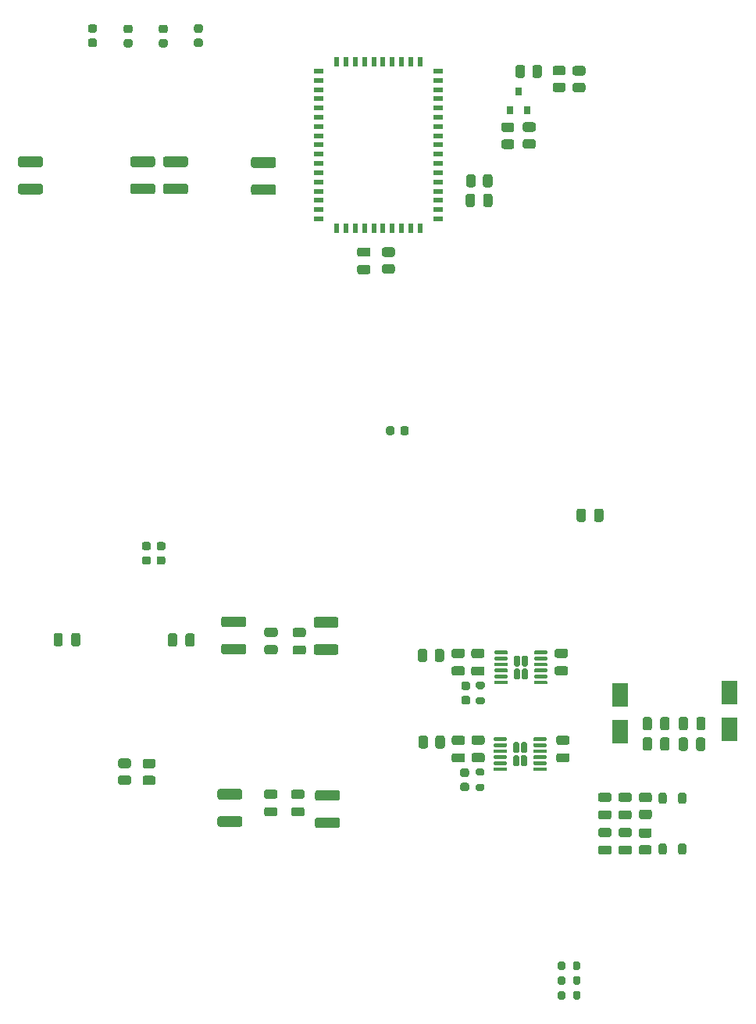
<source format=gbr>
G04 #@! TF.GenerationSoftware,KiCad,Pcbnew,5.1.9*
G04 #@! TF.CreationDate,2021-06-24T12:15:12+08:00*
G04 #@! TF.ProjectId,digital-amplifier2,64696769-7461-46c2-9d61-6d706c696669,rev?*
G04 #@! TF.SameCoordinates,Original*
G04 #@! TF.FileFunction,Paste,Bot*
G04 #@! TF.FilePolarity,Positive*
%FSLAX46Y46*%
G04 Gerber Fmt 4.6, Leading zero omitted, Abs format (unit mm)*
G04 Created by KiCad (PCBNEW 5.1.9) date 2021-06-24 12:15:12*
%MOMM*%
%LPD*%
G01*
G04 APERTURE LIST*
%ADD10R,1.000000X0.500000*%
%ADD11R,0.500000X1.000000*%
%ADD12R,0.800000X0.900000*%
%ADD13R,1.800000X2.500000*%
G04 APERTURE END LIST*
G36*
G01*
X166617200Y-212707900D02*
X166617200Y-212157900D01*
G75*
G02*
X166817200Y-211957900I200000J0D01*
G01*
X167217200Y-211957900D01*
G75*
G02*
X167417200Y-212157900I0J-200000D01*
G01*
X167417200Y-212707900D01*
G75*
G02*
X167217200Y-212907900I-200000J0D01*
G01*
X166817200Y-212907900D01*
G75*
G02*
X166617200Y-212707900I0J200000D01*
G01*
G37*
G36*
G01*
X164967200Y-212707900D02*
X164967200Y-212157900D01*
G75*
G02*
X165167200Y-211957900I200000J0D01*
G01*
X165567200Y-211957900D01*
G75*
G02*
X165767200Y-212157900I0J-200000D01*
G01*
X165767200Y-212707900D01*
G75*
G02*
X165567200Y-212907900I-200000J0D01*
G01*
X165167200Y-212907900D01*
G75*
G02*
X164967200Y-212707900I0J200000D01*
G01*
G37*
G36*
G01*
X166629900Y-215895600D02*
X166629900Y-215345600D01*
G75*
G02*
X166829900Y-215145600I200000J0D01*
G01*
X167229900Y-215145600D01*
G75*
G02*
X167429900Y-215345600I0J-200000D01*
G01*
X167429900Y-215895600D01*
G75*
G02*
X167229900Y-216095600I-200000J0D01*
G01*
X166829900Y-216095600D01*
G75*
G02*
X166629900Y-215895600I0J200000D01*
G01*
G37*
G36*
G01*
X164979900Y-215895600D02*
X164979900Y-215345600D01*
G75*
G02*
X165179900Y-215145600I200000J0D01*
G01*
X165579900Y-215145600D01*
G75*
G02*
X165779900Y-215345600I0J-200000D01*
G01*
X165779900Y-215895600D01*
G75*
G02*
X165579900Y-216095600I-200000J0D01*
G01*
X165179900Y-216095600D01*
G75*
G02*
X164979900Y-215895600I0J200000D01*
G01*
G37*
G36*
G01*
X166617200Y-214295400D02*
X166617200Y-213745400D01*
G75*
G02*
X166817200Y-213545400I200000J0D01*
G01*
X167217200Y-213545400D01*
G75*
G02*
X167417200Y-213745400I0J-200000D01*
G01*
X167417200Y-214295400D01*
G75*
G02*
X167217200Y-214495400I-200000J0D01*
G01*
X166817200Y-214495400D01*
G75*
G02*
X166617200Y-214295400I0J200000D01*
G01*
G37*
G36*
G01*
X164967200Y-214295400D02*
X164967200Y-213745400D01*
G75*
G02*
X165167200Y-213545400I200000J0D01*
G01*
X165567200Y-213545400D01*
G75*
G02*
X165767200Y-213745400I0J-200000D01*
G01*
X165767200Y-214295400D01*
G75*
G02*
X165567200Y-214495400I-200000J0D01*
G01*
X165167200Y-214495400D01*
G75*
G02*
X164967200Y-214295400I0J200000D01*
G01*
G37*
G36*
G01*
X168015500Y-163164500D02*
X168015500Y-164114500D01*
G75*
G02*
X167765500Y-164364500I-250000J0D01*
G01*
X167265500Y-164364500D01*
G75*
G02*
X167015500Y-164114500I0J250000D01*
G01*
X167015500Y-163164500D01*
G75*
G02*
X167265500Y-162914500I250000J0D01*
G01*
X167765500Y-162914500D01*
G75*
G02*
X168015500Y-163164500I0J-250000D01*
G01*
G37*
G36*
G01*
X169915500Y-163164500D02*
X169915500Y-164114500D01*
G75*
G02*
X169665500Y-164364500I-250000J0D01*
G01*
X169165500Y-164364500D01*
G75*
G02*
X168915500Y-164114500I0J250000D01*
G01*
X168915500Y-163164500D01*
G75*
G02*
X169165500Y-162914500I250000J0D01*
G01*
X169665500Y-162914500D01*
G75*
G02*
X169915500Y-163164500I0J-250000D01*
G01*
G37*
G36*
G01*
X151618900Y-179266002D02*
X151618900Y-178365998D01*
G75*
G02*
X151868898Y-178116000I249998J0D01*
G01*
X152393902Y-178116000D01*
G75*
G02*
X152643900Y-178365998I0J-249998D01*
G01*
X152643900Y-179266002D01*
G75*
G02*
X152393902Y-179516000I-249998J0D01*
G01*
X151868898Y-179516000D01*
G75*
G02*
X151618900Y-179266002I0J249998D01*
G01*
G37*
G36*
G01*
X149793900Y-179266002D02*
X149793900Y-178365998D01*
G75*
G02*
X150043898Y-178116000I249998J0D01*
G01*
X150568902Y-178116000D01*
G75*
G02*
X150818900Y-178365998I0J-249998D01*
G01*
X150818900Y-179266002D01*
G75*
G02*
X150568902Y-179516000I-249998J0D01*
G01*
X150043898Y-179516000D01*
G75*
G02*
X149793900Y-179266002I0J249998D01*
G01*
G37*
G36*
G01*
X174022599Y-195515500D02*
X174922601Y-195515500D01*
G75*
G02*
X175172600Y-195765499I0J-249999D01*
G01*
X175172600Y-196290501D01*
G75*
G02*
X174922601Y-196540500I-249999J0D01*
G01*
X174022599Y-196540500D01*
G75*
G02*
X173772600Y-196290501I0J249999D01*
G01*
X173772600Y-195765499D01*
G75*
G02*
X174022599Y-195515500I249999J0D01*
G01*
G37*
G36*
G01*
X174022599Y-193690500D02*
X174922601Y-193690500D01*
G75*
G02*
X175172600Y-193940499I0J-249999D01*
G01*
X175172600Y-194465501D01*
G75*
G02*
X174922601Y-194715500I-249999J0D01*
G01*
X174022599Y-194715500D01*
G75*
G02*
X173772600Y-194465501I0J249999D01*
G01*
X173772600Y-193940499D01*
G75*
G02*
X174022599Y-193690500I249999J0D01*
G01*
G37*
G36*
G01*
X174897201Y-198565500D02*
X173997199Y-198565500D01*
G75*
G02*
X173747200Y-198315501I0J249999D01*
G01*
X173747200Y-197790499D01*
G75*
G02*
X173997199Y-197540500I249999J0D01*
G01*
X174897201Y-197540500D01*
G75*
G02*
X175147200Y-197790499I0J-249999D01*
G01*
X175147200Y-198315501D01*
G75*
G02*
X174897201Y-198565500I-249999J0D01*
G01*
G37*
G36*
G01*
X174897201Y-200390500D02*
X173997199Y-200390500D01*
G75*
G02*
X173747200Y-200140501I0J249999D01*
G01*
X173747200Y-199615499D01*
G75*
G02*
X173997199Y-199365500I249999J0D01*
G01*
X174897201Y-199365500D01*
G75*
G02*
X175147200Y-199615499I0J-249999D01*
G01*
X175147200Y-200140501D01*
G75*
G02*
X174897201Y-200390500I-249999J0D01*
G01*
G37*
G36*
G01*
X160818600Y-189796900D02*
X160818600Y-190641900D01*
G75*
G02*
X160646100Y-190814400I-172500J0D01*
G01*
X160301100Y-190814400D01*
G75*
G02*
X160128600Y-190641900I0J172500D01*
G01*
X160128600Y-189796900D01*
G75*
G02*
X160301100Y-189624400I172500J0D01*
G01*
X160646100Y-189624400D01*
G75*
G02*
X160818600Y-189796900I0J-172500D01*
G01*
G37*
G36*
G01*
X160818600Y-188376900D02*
X160818600Y-189221900D01*
G75*
G02*
X160646100Y-189394400I-172500J0D01*
G01*
X160301100Y-189394400D01*
G75*
G02*
X160128600Y-189221900I0J172500D01*
G01*
X160128600Y-188376900D01*
G75*
G02*
X160301100Y-188204400I172500J0D01*
G01*
X160646100Y-188204400D01*
G75*
G02*
X160818600Y-188376900I0J-172500D01*
G01*
G37*
G36*
G01*
X161638600Y-189796900D02*
X161638600Y-190641900D01*
G75*
G02*
X161466100Y-190814400I-172500J0D01*
G01*
X161121100Y-190814400D01*
G75*
G02*
X160948600Y-190641900I0J172500D01*
G01*
X160948600Y-189796900D01*
G75*
G02*
X161121100Y-189624400I172500J0D01*
G01*
X161466100Y-189624400D01*
G75*
G02*
X161638600Y-189796900I0J-172500D01*
G01*
G37*
G36*
G01*
X161638600Y-188376900D02*
X161638600Y-189221900D01*
G75*
G02*
X161466100Y-189394400I-172500J0D01*
G01*
X161121100Y-189394400D01*
G75*
G02*
X160948600Y-189221900I0J172500D01*
G01*
X160948600Y-188376900D01*
G75*
G02*
X161121100Y-188204400I172500J0D01*
G01*
X161466100Y-188204400D01*
G75*
G02*
X161638600Y-188376900I0J-172500D01*
G01*
G37*
G36*
G01*
X159458600Y-187784400D02*
X159458600Y-187984400D01*
G75*
G02*
X159358600Y-188084400I-100000J0D01*
G01*
X158108600Y-188084400D01*
G75*
G02*
X158008600Y-187984400I0J100000D01*
G01*
X158008600Y-187784400D01*
G75*
G02*
X158108600Y-187684400I100000J0D01*
G01*
X159358600Y-187684400D01*
G75*
G02*
X159458600Y-187784400I0J-100000D01*
G01*
G37*
G36*
G01*
X159458600Y-188434400D02*
X159458600Y-188634400D01*
G75*
G02*
X159358600Y-188734400I-100000J0D01*
G01*
X158108600Y-188734400D01*
G75*
G02*
X158008600Y-188634400I0J100000D01*
G01*
X158008600Y-188434400D01*
G75*
G02*
X158108600Y-188334400I100000J0D01*
G01*
X159358600Y-188334400D01*
G75*
G02*
X159458600Y-188434400I0J-100000D01*
G01*
G37*
G36*
G01*
X159458600Y-189084400D02*
X159458600Y-189284400D01*
G75*
G02*
X159358600Y-189384400I-100000J0D01*
G01*
X158108600Y-189384400D01*
G75*
G02*
X158008600Y-189284400I0J100000D01*
G01*
X158008600Y-189084400D01*
G75*
G02*
X158108600Y-188984400I100000J0D01*
G01*
X159358600Y-188984400D01*
G75*
G02*
X159458600Y-189084400I0J-100000D01*
G01*
G37*
G36*
G01*
X159458600Y-189734400D02*
X159458600Y-189934400D01*
G75*
G02*
X159358600Y-190034400I-100000J0D01*
G01*
X158108600Y-190034400D01*
G75*
G02*
X158008600Y-189934400I0J100000D01*
G01*
X158008600Y-189734400D01*
G75*
G02*
X158108600Y-189634400I100000J0D01*
G01*
X159358600Y-189634400D01*
G75*
G02*
X159458600Y-189734400I0J-100000D01*
G01*
G37*
G36*
G01*
X159458600Y-190384400D02*
X159458600Y-190584400D01*
G75*
G02*
X159358600Y-190684400I-100000J0D01*
G01*
X158108600Y-190684400D01*
G75*
G02*
X158008600Y-190584400I0J100000D01*
G01*
X158008600Y-190384400D01*
G75*
G02*
X158108600Y-190284400I100000J0D01*
G01*
X159358600Y-190284400D01*
G75*
G02*
X159458600Y-190384400I0J-100000D01*
G01*
G37*
G36*
G01*
X159458600Y-191034400D02*
X159458600Y-191234400D01*
G75*
G02*
X159358600Y-191334400I-100000J0D01*
G01*
X158108600Y-191334400D01*
G75*
G02*
X158008600Y-191234400I0J100000D01*
G01*
X158008600Y-191034400D01*
G75*
G02*
X158108600Y-190934400I100000J0D01*
G01*
X159358600Y-190934400D01*
G75*
G02*
X159458600Y-191034400I0J-100000D01*
G01*
G37*
G36*
G01*
X163758600Y-191034400D02*
X163758600Y-191234400D01*
G75*
G02*
X163658600Y-191334400I-100000J0D01*
G01*
X162408600Y-191334400D01*
G75*
G02*
X162308600Y-191234400I0J100000D01*
G01*
X162308600Y-191034400D01*
G75*
G02*
X162408600Y-190934400I100000J0D01*
G01*
X163658600Y-190934400D01*
G75*
G02*
X163758600Y-191034400I0J-100000D01*
G01*
G37*
G36*
G01*
X163758600Y-190384400D02*
X163758600Y-190584400D01*
G75*
G02*
X163658600Y-190684400I-100000J0D01*
G01*
X162408600Y-190684400D01*
G75*
G02*
X162308600Y-190584400I0J100000D01*
G01*
X162308600Y-190384400D01*
G75*
G02*
X162408600Y-190284400I100000J0D01*
G01*
X163658600Y-190284400D01*
G75*
G02*
X163758600Y-190384400I0J-100000D01*
G01*
G37*
G36*
G01*
X163758600Y-189734400D02*
X163758600Y-189934400D01*
G75*
G02*
X163658600Y-190034400I-100000J0D01*
G01*
X162408600Y-190034400D01*
G75*
G02*
X162308600Y-189934400I0J100000D01*
G01*
X162308600Y-189734400D01*
G75*
G02*
X162408600Y-189634400I100000J0D01*
G01*
X163658600Y-189634400D01*
G75*
G02*
X163758600Y-189734400I0J-100000D01*
G01*
G37*
G36*
G01*
X163758600Y-189084400D02*
X163758600Y-189284400D01*
G75*
G02*
X163658600Y-189384400I-100000J0D01*
G01*
X162408600Y-189384400D01*
G75*
G02*
X162308600Y-189284400I0J100000D01*
G01*
X162308600Y-189084400D01*
G75*
G02*
X162408600Y-188984400I100000J0D01*
G01*
X163658600Y-188984400D01*
G75*
G02*
X163758600Y-189084400I0J-100000D01*
G01*
G37*
G36*
G01*
X163758600Y-188434400D02*
X163758600Y-188634400D01*
G75*
G02*
X163658600Y-188734400I-100000J0D01*
G01*
X162408600Y-188734400D01*
G75*
G02*
X162308600Y-188634400I0J100000D01*
G01*
X162308600Y-188434400D01*
G75*
G02*
X162408600Y-188334400I100000J0D01*
G01*
X163658600Y-188334400D01*
G75*
G02*
X163758600Y-188434400I0J-100000D01*
G01*
G37*
G36*
G01*
X163758600Y-187784400D02*
X163758600Y-187984400D01*
G75*
G02*
X163658600Y-188084400I-100000J0D01*
G01*
X162408600Y-188084400D01*
G75*
G02*
X162308600Y-187984400I0J100000D01*
G01*
X162308600Y-187784400D01*
G75*
G02*
X162408600Y-187684400I100000J0D01*
G01*
X163658600Y-187684400D01*
G75*
G02*
X163758600Y-187784400I0J-100000D01*
G01*
G37*
G36*
G01*
X160904960Y-180411600D02*
X160904960Y-181256600D01*
G75*
G02*
X160732460Y-181429100I-172500J0D01*
G01*
X160387460Y-181429100D01*
G75*
G02*
X160214960Y-181256600I0J172500D01*
G01*
X160214960Y-180411600D01*
G75*
G02*
X160387460Y-180239100I172500J0D01*
G01*
X160732460Y-180239100D01*
G75*
G02*
X160904960Y-180411600I0J-172500D01*
G01*
G37*
G36*
G01*
X160904960Y-178991600D02*
X160904960Y-179836600D01*
G75*
G02*
X160732460Y-180009100I-172500J0D01*
G01*
X160387460Y-180009100D01*
G75*
G02*
X160214960Y-179836600I0J172500D01*
G01*
X160214960Y-178991600D01*
G75*
G02*
X160387460Y-178819100I172500J0D01*
G01*
X160732460Y-178819100D01*
G75*
G02*
X160904960Y-178991600I0J-172500D01*
G01*
G37*
G36*
G01*
X161724960Y-180411600D02*
X161724960Y-181256600D01*
G75*
G02*
X161552460Y-181429100I-172500J0D01*
G01*
X161207460Y-181429100D01*
G75*
G02*
X161034960Y-181256600I0J172500D01*
G01*
X161034960Y-180411600D01*
G75*
G02*
X161207460Y-180239100I172500J0D01*
G01*
X161552460Y-180239100D01*
G75*
G02*
X161724960Y-180411600I0J-172500D01*
G01*
G37*
G36*
G01*
X161724960Y-178991600D02*
X161724960Y-179836600D01*
G75*
G02*
X161552460Y-180009100I-172500J0D01*
G01*
X161207460Y-180009100D01*
G75*
G02*
X161034960Y-179836600I0J172500D01*
G01*
X161034960Y-178991600D01*
G75*
G02*
X161207460Y-178819100I172500J0D01*
G01*
X161552460Y-178819100D01*
G75*
G02*
X161724960Y-178991600I0J-172500D01*
G01*
G37*
G36*
G01*
X159544960Y-178399100D02*
X159544960Y-178599100D01*
G75*
G02*
X159444960Y-178699100I-100000J0D01*
G01*
X158194960Y-178699100D01*
G75*
G02*
X158094960Y-178599100I0J100000D01*
G01*
X158094960Y-178399100D01*
G75*
G02*
X158194960Y-178299100I100000J0D01*
G01*
X159444960Y-178299100D01*
G75*
G02*
X159544960Y-178399100I0J-100000D01*
G01*
G37*
G36*
G01*
X159544960Y-179049100D02*
X159544960Y-179249100D01*
G75*
G02*
X159444960Y-179349100I-100000J0D01*
G01*
X158194960Y-179349100D01*
G75*
G02*
X158094960Y-179249100I0J100000D01*
G01*
X158094960Y-179049100D01*
G75*
G02*
X158194960Y-178949100I100000J0D01*
G01*
X159444960Y-178949100D01*
G75*
G02*
X159544960Y-179049100I0J-100000D01*
G01*
G37*
G36*
G01*
X159544960Y-179699100D02*
X159544960Y-179899100D01*
G75*
G02*
X159444960Y-179999100I-100000J0D01*
G01*
X158194960Y-179999100D01*
G75*
G02*
X158094960Y-179899100I0J100000D01*
G01*
X158094960Y-179699100D01*
G75*
G02*
X158194960Y-179599100I100000J0D01*
G01*
X159444960Y-179599100D01*
G75*
G02*
X159544960Y-179699100I0J-100000D01*
G01*
G37*
G36*
G01*
X159544960Y-180349100D02*
X159544960Y-180549100D01*
G75*
G02*
X159444960Y-180649100I-100000J0D01*
G01*
X158194960Y-180649100D01*
G75*
G02*
X158094960Y-180549100I0J100000D01*
G01*
X158094960Y-180349100D01*
G75*
G02*
X158194960Y-180249100I100000J0D01*
G01*
X159444960Y-180249100D01*
G75*
G02*
X159544960Y-180349100I0J-100000D01*
G01*
G37*
G36*
G01*
X159544960Y-180999100D02*
X159544960Y-181199100D01*
G75*
G02*
X159444960Y-181299100I-100000J0D01*
G01*
X158194960Y-181299100D01*
G75*
G02*
X158094960Y-181199100I0J100000D01*
G01*
X158094960Y-180999100D01*
G75*
G02*
X158194960Y-180899100I100000J0D01*
G01*
X159444960Y-180899100D01*
G75*
G02*
X159544960Y-180999100I0J-100000D01*
G01*
G37*
G36*
G01*
X159544960Y-181649100D02*
X159544960Y-181849100D01*
G75*
G02*
X159444960Y-181949100I-100000J0D01*
G01*
X158194960Y-181949100D01*
G75*
G02*
X158094960Y-181849100I0J100000D01*
G01*
X158094960Y-181649100D01*
G75*
G02*
X158194960Y-181549100I100000J0D01*
G01*
X159444960Y-181549100D01*
G75*
G02*
X159544960Y-181649100I0J-100000D01*
G01*
G37*
G36*
G01*
X163844960Y-181649100D02*
X163844960Y-181849100D01*
G75*
G02*
X163744960Y-181949100I-100000J0D01*
G01*
X162494960Y-181949100D01*
G75*
G02*
X162394960Y-181849100I0J100000D01*
G01*
X162394960Y-181649100D01*
G75*
G02*
X162494960Y-181549100I100000J0D01*
G01*
X163744960Y-181549100D01*
G75*
G02*
X163844960Y-181649100I0J-100000D01*
G01*
G37*
G36*
G01*
X163844960Y-180999100D02*
X163844960Y-181199100D01*
G75*
G02*
X163744960Y-181299100I-100000J0D01*
G01*
X162494960Y-181299100D01*
G75*
G02*
X162394960Y-181199100I0J100000D01*
G01*
X162394960Y-180999100D01*
G75*
G02*
X162494960Y-180899100I100000J0D01*
G01*
X163744960Y-180899100D01*
G75*
G02*
X163844960Y-180999100I0J-100000D01*
G01*
G37*
G36*
G01*
X163844960Y-180349100D02*
X163844960Y-180549100D01*
G75*
G02*
X163744960Y-180649100I-100000J0D01*
G01*
X162494960Y-180649100D01*
G75*
G02*
X162394960Y-180549100I0J100000D01*
G01*
X162394960Y-180349100D01*
G75*
G02*
X162494960Y-180249100I100000J0D01*
G01*
X163744960Y-180249100D01*
G75*
G02*
X163844960Y-180349100I0J-100000D01*
G01*
G37*
G36*
G01*
X163844960Y-179699100D02*
X163844960Y-179899100D01*
G75*
G02*
X163744960Y-179999100I-100000J0D01*
G01*
X162494960Y-179999100D01*
G75*
G02*
X162394960Y-179899100I0J100000D01*
G01*
X162394960Y-179699100D01*
G75*
G02*
X162494960Y-179599100I100000J0D01*
G01*
X163744960Y-179599100D01*
G75*
G02*
X163844960Y-179699100I0J-100000D01*
G01*
G37*
G36*
G01*
X163844960Y-179049100D02*
X163844960Y-179249100D01*
G75*
G02*
X163744960Y-179349100I-100000J0D01*
G01*
X162494960Y-179349100D01*
G75*
G02*
X162394960Y-179249100I0J100000D01*
G01*
X162394960Y-179049100D01*
G75*
G02*
X162494960Y-178949100I100000J0D01*
G01*
X163744960Y-178949100D01*
G75*
G02*
X163844960Y-179049100I0J-100000D01*
G01*
G37*
G36*
G01*
X163844960Y-178399100D02*
X163844960Y-178599100D01*
G75*
G02*
X163744960Y-178699100I-100000J0D01*
G01*
X162494960Y-178699100D01*
G75*
G02*
X162394960Y-178599100I0J100000D01*
G01*
X162394960Y-178399100D01*
G75*
G02*
X162494960Y-178299100I100000J0D01*
G01*
X163744960Y-178299100D01*
G75*
G02*
X163844960Y-178399100I0J-100000D01*
G01*
G37*
G36*
G01*
X167709002Y-115995500D02*
X166808998Y-115995500D01*
G75*
G02*
X166559000Y-115745502I0J249998D01*
G01*
X166559000Y-115220498D01*
G75*
G02*
X166808998Y-114970500I249998J0D01*
G01*
X167709002Y-114970500D01*
G75*
G02*
X167959000Y-115220498I0J-249998D01*
G01*
X167959000Y-115745502D01*
G75*
G02*
X167709002Y-115995500I-249998J0D01*
G01*
G37*
G36*
G01*
X167709002Y-117820500D02*
X166808998Y-117820500D01*
G75*
G02*
X166559000Y-117570502I0J249998D01*
G01*
X166559000Y-117045498D01*
G75*
G02*
X166808998Y-116795500I249998J0D01*
G01*
X167709002Y-116795500D01*
G75*
G02*
X167959000Y-117045498I0J-249998D01*
G01*
X167959000Y-117570502D01*
G75*
G02*
X167709002Y-117820500I-249998J0D01*
G01*
G37*
G36*
G01*
X147909160Y-154717560D02*
X147909160Y-154217560D01*
G75*
G02*
X148134160Y-153992560I225000J0D01*
G01*
X148584160Y-153992560D01*
G75*
G02*
X148809160Y-154217560I0J-225000D01*
G01*
X148809160Y-154717560D01*
G75*
G02*
X148584160Y-154942560I-225000J0D01*
G01*
X148134160Y-154942560D01*
G75*
G02*
X147909160Y-154717560I0J225000D01*
G01*
G37*
G36*
G01*
X146359160Y-154717560D02*
X146359160Y-154217560D01*
G75*
G02*
X146584160Y-153992560I225000J0D01*
G01*
X147034160Y-153992560D01*
G75*
G02*
X147259160Y-154217560I0J-225000D01*
G01*
X147259160Y-154717560D01*
G75*
G02*
X147034160Y-154942560I-225000J0D01*
G01*
X146584160Y-154942560D01*
G75*
G02*
X146359160Y-154717560I0J225000D01*
G01*
G37*
G36*
G01*
X156275360Y-192703000D02*
X156825360Y-192703000D01*
G75*
G02*
X157025360Y-192903000I0J-200000D01*
G01*
X157025360Y-193303000D01*
G75*
G02*
X156825360Y-193503000I-200000J0D01*
G01*
X156275360Y-193503000D01*
G75*
G02*
X156075360Y-193303000I0J200000D01*
G01*
X156075360Y-192903000D01*
G75*
G02*
X156275360Y-192703000I200000J0D01*
G01*
G37*
G36*
G01*
X156275360Y-191053000D02*
X156825360Y-191053000D01*
G75*
G02*
X157025360Y-191253000I0J-200000D01*
G01*
X157025360Y-191653000D01*
G75*
G02*
X156825360Y-191853000I-200000J0D01*
G01*
X156275360Y-191853000D01*
G75*
G02*
X156075360Y-191653000I0J200000D01*
G01*
X156075360Y-191253000D01*
G75*
G02*
X156275360Y-191053000I200000J0D01*
G01*
G37*
G36*
G01*
X156293140Y-183312620D02*
X156843140Y-183312620D01*
G75*
G02*
X157043140Y-183512620I0J-200000D01*
G01*
X157043140Y-183912620D01*
G75*
G02*
X156843140Y-184112620I-200000J0D01*
G01*
X156293140Y-184112620D01*
G75*
G02*
X156093140Y-183912620I0J200000D01*
G01*
X156093140Y-183512620D01*
G75*
G02*
X156293140Y-183312620I200000J0D01*
G01*
G37*
G36*
G01*
X156293140Y-181662620D02*
X156843140Y-181662620D01*
G75*
G02*
X157043140Y-181862620I0J-200000D01*
G01*
X157043140Y-182262620D01*
G75*
G02*
X156843140Y-182462620I-200000J0D01*
G01*
X156293140Y-182462620D01*
G75*
G02*
X156093140Y-182262620I0J200000D01*
G01*
X156093140Y-181862620D01*
G75*
G02*
X156293140Y-181662620I200000J0D01*
G01*
G37*
G36*
G01*
X154623960Y-192615700D02*
X155123960Y-192615700D01*
G75*
G02*
X155348960Y-192840700I0J-225000D01*
G01*
X155348960Y-193290700D01*
G75*
G02*
X155123960Y-193515700I-225000J0D01*
G01*
X154623960Y-193515700D01*
G75*
G02*
X154398960Y-193290700I0J225000D01*
G01*
X154398960Y-192840700D01*
G75*
G02*
X154623960Y-192615700I225000J0D01*
G01*
G37*
G36*
G01*
X154623960Y-191065700D02*
X155123960Y-191065700D01*
G75*
G02*
X155348960Y-191290700I0J-225000D01*
G01*
X155348960Y-191740700D01*
G75*
G02*
X155123960Y-191965700I-225000J0D01*
G01*
X154623960Y-191965700D01*
G75*
G02*
X154398960Y-191740700I0J225000D01*
G01*
X154398960Y-191290700D01*
G75*
G02*
X154623960Y-191065700I225000J0D01*
G01*
G37*
G36*
G01*
X154743340Y-183212620D02*
X155243340Y-183212620D01*
G75*
G02*
X155468340Y-183437620I0J-225000D01*
G01*
X155468340Y-183887620D01*
G75*
G02*
X155243340Y-184112620I-225000J0D01*
G01*
X154743340Y-184112620D01*
G75*
G02*
X154518340Y-183887620I0J225000D01*
G01*
X154518340Y-183437620D01*
G75*
G02*
X154743340Y-183212620I225000J0D01*
G01*
G37*
G36*
G01*
X154743340Y-181662620D02*
X155243340Y-181662620D01*
G75*
G02*
X155468340Y-181887620I0J-225000D01*
G01*
X155468340Y-182337620D01*
G75*
G02*
X155243340Y-182562620I-225000J0D01*
G01*
X154743340Y-182562620D01*
G75*
G02*
X154518340Y-182337620I0J225000D01*
G01*
X154518340Y-181887620D01*
G75*
G02*
X154743340Y-181662620I225000J0D01*
G01*
G37*
G36*
G01*
X126259400Y-111358800D02*
X125759400Y-111358800D01*
G75*
G02*
X125534400Y-111133800I0J225000D01*
G01*
X125534400Y-110683800D01*
G75*
G02*
X125759400Y-110458800I225000J0D01*
G01*
X126259400Y-110458800D01*
G75*
G02*
X126484400Y-110683800I0J-225000D01*
G01*
X126484400Y-111133800D01*
G75*
G02*
X126259400Y-111358800I-225000J0D01*
G01*
G37*
G36*
G01*
X126259400Y-112908800D02*
X125759400Y-112908800D01*
G75*
G02*
X125534400Y-112683800I0J225000D01*
G01*
X125534400Y-112233800D01*
G75*
G02*
X125759400Y-112008800I225000J0D01*
G01*
X126259400Y-112008800D01*
G75*
G02*
X126484400Y-112233800I0J-225000D01*
G01*
X126484400Y-112683800D01*
G75*
G02*
X126259400Y-112908800I-225000J0D01*
G01*
G37*
G36*
G01*
X118639400Y-111409600D02*
X118139400Y-111409600D01*
G75*
G02*
X117914400Y-111184600I0J225000D01*
G01*
X117914400Y-110734600D01*
G75*
G02*
X118139400Y-110509600I225000J0D01*
G01*
X118639400Y-110509600D01*
G75*
G02*
X118864400Y-110734600I0J-225000D01*
G01*
X118864400Y-111184600D01*
G75*
G02*
X118639400Y-111409600I-225000J0D01*
G01*
G37*
G36*
G01*
X118639400Y-112959600D02*
X118139400Y-112959600D01*
G75*
G02*
X117914400Y-112734600I0J225000D01*
G01*
X117914400Y-112284600D01*
G75*
G02*
X118139400Y-112059600I225000J0D01*
G01*
X118639400Y-112059600D01*
G75*
G02*
X118864400Y-112284600I0J-225000D01*
G01*
X118864400Y-112734600D01*
G75*
G02*
X118639400Y-112959600I-225000J0D01*
G01*
G37*
G36*
G01*
X122449400Y-111409600D02*
X121949400Y-111409600D01*
G75*
G02*
X121724400Y-111184600I0J225000D01*
G01*
X121724400Y-110734600D01*
G75*
G02*
X121949400Y-110509600I225000J0D01*
G01*
X122449400Y-110509600D01*
G75*
G02*
X122674400Y-110734600I0J-225000D01*
G01*
X122674400Y-111184600D01*
G75*
G02*
X122449400Y-111409600I-225000J0D01*
G01*
G37*
G36*
G01*
X122449400Y-112959600D02*
X121949400Y-112959600D01*
G75*
G02*
X121724400Y-112734600I0J225000D01*
G01*
X121724400Y-112284600D01*
G75*
G02*
X121949400Y-112059600I225000J0D01*
G01*
X122449400Y-112059600D01*
G75*
G02*
X122674400Y-112284600I0J-225000D01*
G01*
X122674400Y-112734600D01*
G75*
G02*
X122449400Y-112959600I-225000J0D01*
G01*
G37*
G36*
G01*
X114778600Y-111358800D02*
X114278600Y-111358800D01*
G75*
G02*
X114053600Y-111133800I0J225000D01*
G01*
X114053600Y-110683800D01*
G75*
G02*
X114278600Y-110458800I225000J0D01*
G01*
X114778600Y-110458800D01*
G75*
G02*
X115003600Y-110683800I0J-225000D01*
G01*
X115003600Y-111133800D01*
G75*
G02*
X114778600Y-111358800I-225000J0D01*
G01*
G37*
G36*
G01*
X114778600Y-112908800D02*
X114278600Y-112908800D01*
G75*
G02*
X114053600Y-112683800I0J225000D01*
G01*
X114053600Y-112233800D01*
G75*
G02*
X114278600Y-112008800I225000J0D01*
G01*
X114778600Y-112008800D01*
G75*
G02*
X115003600Y-112233800I0J-225000D01*
G01*
X115003600Y-112683800D01*
G75*
G02*
X114778600Y-112908800I-225000J0D01*
G01*
G37*
G36*
G01*
X124635441Y-125912040D02*
X122435439Y-125912040D01*
G75*
G02*
X122185440Y-125662041I0J249999D01*
G01*
X122185440Y-125012039D01*
G75*
G02*
X122435439Y-124762040I249999J0D01*
G01*
X124635441Y-124762040D01*
G75*
G02*
X124885440Y-125012039I0J-249999D01*
G01*
X124885440Y-125662041D01*
G75*
G02*
X124635441Y-125912040I-249999J0D01*
G01*
G37*
G36*
G01*
X124635441Y-128862040D02*
X122435439Y-128862040D01*
G75*
G02*
X122185440Y-128612041I0J249999D01*
G01*
X122185440Y-127962039D01*
G75*
G02*
X122435439Y-127712040I249999J0D01*
G01*
X124635441Y-127712040D01*
G75*
G02*
X124885440Y-127962039I0J-249999D01*
G01*
X124885440Y-128612041D01*
G75*
G02*
X124635441Y-128862040I-249999J0D01*
G01*
G37*
G36*
G01*
X108902681Y-125927280D02*
X106702679Y-125927280D01*
G75*
G02*
X106452680Y-125677281I0J249999D01*
G01*
X106452680Y-125027279D01*
G75*
G02*
X106702679Y-124777280I249999J0D01*
G01*
X108902681Y-124777280D01*
G75*
G02*
X109152680Y-125027279I0J-249999D01*
G01*
X109152680Y-125677281D01*
G75*
G02*
X108902681Y-125927280I-249999J0D01*
G01*
G37*
G36*
G01*
X108902681Y-128877280D02*
X106702679Y-128877280D01*
G75*
G02*
X106452680Y-128627281I0J249999D01*
G01*
X106452680Y-127977279D01*
G75*
G02*
X106702679Y-127727280I249999J0D01*
G01*
X108902681Y-127727280D01*
G75*
G02*
X109152680Y-127977279I0J-249999D01*
G01*
X109152680Y-128627281D01*
G75*
G02*
X108902681Y-128877280I-249999J0D01*
G01*
G37*
G36*
G01*
X121074361Y-125912040D02*
X118874359Y-125912040D01*
G75*
G02*
X118624360Y-125662041I0J249999D01*
G01*
X118624360Y-125012039D01*
G75*
G02*
X118874359Y-124762040I249999J0D01*
G01*
X121074361Y-124762040D01*
G75*
G02*
X121324360Y-125012039I0J-249999D01*
G01*
X121324360Y-125662041D01*
G75*
G02*
X121074361Y-125912040I-249999J0D01*
G01*
G37*
G36*
G01*
X121074361Y-128862040D02*
X118874359Y-128862040D01*
G75*
G02*
X118624360Y-128612041I0J249999D01*
G01*
X118624360Y-127962039D01*
G75*
G02*
X118874359Y-127712040I249999J0D01*
G01*
X121074361Y-127712040D01*
G75*
G02*
X121324360Y-127962039I0J-249999D01*
G01*
X121324360Y-128612041D01*
G75*
G02*
X121074361Y-128862040I-249999J0D01*
G01*
G37*
G36*
G01*
X134170601Y-125990040D02*
X131970599Y-125990040D01*
G75*
G02*
X131720600Y-125740041I0J249999D01*
G01*
X131720600Y-125090039D01*
G75*
G02*
X131970599Y-124840040I249999J0D01*
G01*
X134170601Y-124840040D01*
G75*
G02*
X134420600Y-125090039I0J-249999D01*
G01*
X134420600Y-125740041D01*
G75*
G02*
X134170601Y-125990040I-249999J0D01*
G01*
G37*
G36*
G01*
X134170601Y-128940040D02*
X131970599Y-128940040D01*
G75*
G02*
X131720600Y-128690041I0J249999D01*
G01*
X131720600Y-128040039D01*
G75*
G02*
X131970599Y-127790040I249999J0D01*
G01*
X134170601Y-127790040D01*
G75*
G02*
X134420600Y-128040039I0J-249999D01*
G01*
X134420600Y-128690041D01*
G75*
G02*
X134170601Y-128940040I-249999J0D01*
G01*
G37*
G36*
G01*
X120120600Y-168066600D02*
X120620600Y-168066600D01*
G75*
G02*
X120845600Y-168291600I0J-225000D01*
G01*
X120845600Y-168741600D01*
G75*
G02*
X120620600Y-168966600I-225000J0D01*
G01*
X120120600Y-168966600D01*
G75*
G02*
X119895600Y-168741600I0J225000D01*
G01*
X119895600Y-168291600D01*
G75*
G02*
X120120600Y-168066600I225000J0D01*
G01*
G37*
G36*
G01*
X120120600Y-166516600D02*
X120620600Y-166516600D01*
G75*
G02*
X120845600Y-166741600I0J-225000D01*
G01*
X120845600Y-167191600D01*
G75*
G02*
X120620600Y-167416600I-225000J0D01*
G01*
X120120600Y-167416600D01*
G75*
G02*
X119895600Y-167191600I0J225000D01*
G01*
X119895600Y-166741600D01*
G75*
G02*
X120120600Y-166516600I225000J0D01*
G01*
G37*
G36*
G01*
X121708100Y-168079300D02*
X122208100Y-168079300D01*
G75*
G02*
X122433100Y-168304300I0J-225000D01*
G01*
X122433100Y-168754300D01*
G75*
G02*
X122208100Y-168979300I-225000J0D01*
G01*
X121708100Y-168979300D01*
G75*
G02*
X121483100Y-168754300I0J225000D01*
G01*
X121483100Y-168304300D01*
G75*
G02*
X121708100Y-168079300I225000J0D01*
G01*
G37*
G36*
G01*
X121708100Y-166529300D02*
X122208100Y-166529300D01*
G75*
G02*
X122433100Y-166754300I0J-225000D01*
G01*
X122433100Y-167204300D01*
G75*
G02*
X122208100Y-167429300I-225000J0D01*
G01*
X121708100Y-167429300D01*
G75*
G02*
X121483100Y-167204300I0J225000D01*
G01*
X121483100Y-166754300D01*
G75*
G02*
X121708100Y-166529300I225000J0D01*
G01*
G37*
D10*
X152019000Y-115528600D03*
X152019000Y-116528600D03*
X152019000Y-117528600D03*
X152019000Y-118528600D03*
X152019000Y-119528600D03*
X152019000Y-120528600D03*
X152019000Y-121528600D03*
X152019000Y-122528600D03*
X152019000Y-123528600D03*
X152019000Y-124528600D03*
X152019000Y-125528600D03*
X152019000Y-126528600D03*
X152019000Y-127528600D03*
X152019000Y-128528600D03*
X152019000Y-129528600D03*
X152019000Y-130528600D03*
X152019000Y-131528600D03*
D11*
X150019000Y-132528600D03*
X149019000Y-132528600D03*
X148019000Y-132528600D03*
X147019000Y-132528600D03*
X146019000Y-132528600D03*
X145019000Y-132528600D03*
X144019000Y-132528600D03*
X143019000Y-132528600D03*
X142019000Y-132528600D03*
X141019000Y-132528600D03*
X141019000Y-114528600D03*
X148019000Y-114528600D03*
X145019000Y-114528600D03*
X147019000Y-114528600D03*
X142019000Y-114528600D03*
X146019000Y-114528600D03*
X149019000Y-114528600D03*
X144019000Y-114528600D03*
X143019000Y-114528600D03*
X150019000Y-114528600D03*
D10*
X139019000Y-126528600D03*
X139019000Y-130528600D03*
X139019000Y-118528600D03*
X139019000Y-119528600D03*
X139019000Y-116528600D03*
X139019000Y-121528600D03*
X139019000Y-125528600D03*
X139019000Y-128528600D03*
X139019000Y-117528600D03*
X139019000Y-129528600D03*
X139019000Y-120528600D03*
X139019000Y-122528600D03*
X139019000Y-115528600D03*
X139019000Y-123528600D03*
X139019000Y-124528600D03*
X139019000Y-131528600D03*
X139019000Y-127528600D03*
G36*
G01*
X151695100Y-188651302D02*
X151695100Y-187751298D01*
G75*
G02*
X151945098Y-187501300I249998J0D01*
G01*
X152470102Y-187501300D01*
G75*
G02*
X152720100Y-187751298I0J-249998D01*
G01*
X152720100Y-188651302D01*
G75*
G02*
X152470102Y-188901300I-249998J0D01*
G01*
X151945098Y-188901300D01*
G75*
G02*
X151695100Y-188651302I0J249998D01*
G01*
G37*
G36*
G01*
X149870100Y-188651302D02*
X149870100Y-187751298D01*
G75*
G02*
X150120098Y-187501300I249998J0D01*
G01*
X150645102Y-187501300D01*
G75*
G02*
X150895100Y-187751298I0J-249998D01*
G01*
X150895100Y-188651302D01*
G75*
G02*
X150645102Y-188901300I-249998J0D01*
G01*
X150120098Y-188901300D01*
G75*
G02*
X149870100Y-188651302I0J249998D01*
G01*
G37*
G36*
G01*
X162324202Y-122099120D02*
X161424198Y-122099120D01*
G75*
G02*
X161174200Y-121849122I0J249998D01*
G01*
X161174200Y-121324118D01*
G75*
G02*
X161424198Y-121074120I249998J0D01*
G01*
X162324202Y-121074120D01*
G75*
G02*
X162574200Y-121324118I0J-249998D01*
G01*
X162574200Y-121849122D01*
G75*
G02*
X162324202Y-122099120I-249998J0D01*
G01*
G37*
G36*
G01*
X162324202Y-123924120D02*
X161424198Y-123924120D01*
G75*
G02*
X161174200Y-123674122I0J249998D01*
G01*
X161174200Y-123149118D01*
G75*
G02*
X161424198Y-122899120I249998J0D01*
G01*
X162324202Y-122899120D01*
G75*
G02*
X162574200Y-123149118I0J-249998D01*
G01*
X162574200Y-123674122D01*
G75*
G02*
X162324202Y-123924120I-249998J0D01*
G01*
G37*
G36*
G01*
X159102638Y-122929600D02*
X160002642Y-122929600D01*
G75*
G02*
X160252640Y-123179598I0J-249998D01*
G01*
X160252640Y-123704602D01*
G75*
G02*
X160002642Y-123954600I-249998J0D01*
G01*
X159102638Y-123954600D01*
G75*
G02*
X158852640Y-123704602I0J249998D01*
G01*
X158852640Y-123179598D01*
G75*
G02*
X159102638Y-122929600I249998J0D01*
G01*
G37*
G36*
G01*
X159102638Y-121104600D02*
X160002642Y-121104600D01*
G75*
G02*
X160252640Y-121354598I0J-249998D01*
G01*
X160252640Y-121879602D01*
G75*
G02*
X160002642Y-122129600I-249998J0D01*
G01*
X159102638Y-122129600D01*
G75*
G02*
X158852640Y-121879602I0J249998D01*
G01*
X158852640Y-121354598D01*
G75*
G02*
X159102638Y-121104600I249998J0D01*
G01*
G37*
G36*
G01*
X165555082Y-115980260D02*
X164655078Y-115980260D01*
G75*
G02*
X164405080Y-115730262I0J249998D01*
G01*
X164405080Y-115205258D01*
G75*
G02*
X164655078Y-114955260I249998J0D01*
G01*
X165555082Y-114955260D01*
G75*
G02*
X165805080Y-115205258I0J-249998D01*
G01*
X165805080Y-115730262D01*
G75*
G02*
X165555082Y-115980260I-249998J0D01*
G01*
G37*
G36*
G01*
X165555082Y-117805260D02*
X164655078Y-117805260D01*
G75*
G02*
X164405080Y-117555262I0J249998D01*
G01*
X164405080Y-117030258D01*
G75*
G02*
X164655078Y-116780260I249998J0D01*
G01*
X165555082Y-116780260D01*
G75*
G02*
X165805080Y-117030258I0J-249998D01*
G01*
X165805080Y-117555262D01*
G75*
G02*
X165555082Y-117805260I-249998J0D01*
G01*
G37*
G36*
G01*
X162215780Y-116014922D02*
X162215780Y-115114918D01*
G75*
G02*
X162465778Y-114864920I249998J0D01*
G01*
X162990782Y-114864920D01*
G75*
G02*
X163240780Y-115114918I0J-249998D01*
G01*
X163240780Y-116014922D01*
G75*
G02*
X162990782Y-116264920I-249998J0D01*
G01*
X162465778Y-116264920D01*
G75*
G02*
X162215780Y-116014922I0J249998D01*
G01*
G37*
G36*
G01*
X160390780Y-116014922D02*
X160390780Y-115114918D01*
G75*
G02*
X160640778Y-114864920I249998J0D01*
G01*
X161165782Y-114864920D01*
G75*
G02*
X161415780Y-115114918I0J-249998D01*
G01*
X161415780Y-116014922D01*
G75*
G02*
X161165782Y-116264920I-249998J0D01*
G01*
X160640778Y-116264920D01*
G75*
G02*
X160390780Y-116014922I0J249998D01*
G01*
G37*
G36*
G01*
X146153718Y-134612320D02*
X147053722Y-134612320D01*
G75*
G02*
X147303720Y-134862318I0J-249998D01*
G01*
X147303720Y-135387322D01*
G75*
G02*
X147053722Y-135637320I-249998J0D01*
G01*
X146153718Y-135637320D01*
G75*
G02*
X145903720Y-135387322I0J249998D01*
G01*
X145903720Y-134862318D01*
G75*
G02*
X146153718Y-134612320I249998J0D01*
G01*
G37*
G36*
G01*
X146153718Y-136437320D02*
X147053722Y-136437320D01*
G75*
G02*
X147303720Y-136687318I0J-249998D01*
G01*
X147303720Y-137212322D01*
G75*
G02*
X147053722Y-137462320I-249998J0D01*
G01*
X146153718Y-137462320D01*
G75*
G02*
X145903720Y-137212322I0J249998D01*
G01*
X145903720Y-136687318D01*
G75*
G02*
X146153718Y-136437320I249998J0D01*
G01*
G37*
G36*
G01*
X156864000Y-127856402D02*
X156864000Y-126956398D01*
G75*
G02*
X157113998Y-126706400I249998J0D01*
G01*
X157639002Y-126706400D01*
G75*
G02*
X157889000Y-126956398I0J-249998D01*
G01*
X157889000Y-127856402D01*
G75*
G02*
X157639002Y-128106400I-249998J0D01*
G01*
X157113998Y-128106400D01*
G75*
G02*
X156864000Y-127856402I0J249998D01*
G01*
G37*
G36*
G01*
X155039000Y-127856402D02*
X155039000Y-126956398D01*
G75*
G02*
X155288998Y-126706400I249998J0D01*
G01*
X155814002Y-126706400D01*
G75*
G02*
X156064000Y-126956398I0J-249998D01*
G01*
X156064000Y-127856402D01*
G75*
G02*
X155814002Y-128106400I-249998J0D01*
G01*
X155288998Y-128106400D01*
G75*
G02*
X155039000Y-127856402I0J249998D01*
G01*
G37*
G36*
G01*
X121110162Y-191044880D02*
X120210158Y-191044880D01*
G75*
G02*
X119960160Y-190794882I0J249998D01*
G01*
X119960160Y-190269878D01*
G75*
G02*
X120210158Y-190019880I249998J0D01*
G01*
X121110162Y-190019880D01*
G75*
G02*
X121360160Y-190269878I0J-249998D01*
G01*
X121360160Y-190794882D01*
G75*
G02*
X121110162Y-191044880I-249998J0D01*
G01*
G37*
G36*
G01*
X121110162Y-192869880D02*
X120210158Y-192869880D01*
G75*
G02*
X119960160Y-192619882I0J249998D01*
G01*
X119960160Y-192094878D01*
G75*
G02*
X120210158Y-191844880I249998J0D01*
G01*
X121110162Y-191844880D01*
G75*
G02*
X121360160Y-192094878I0J-249998D01*
G01*
X121360160Y-192619882D01*
G75*
G02*
X121110162Y-192869880I-249998J0D01*
G01*
G37*
G36*
G01*
X118458402Y-191009320D02*
X117558398Y-191009320D01*
G75*
G02*
X117308400Y-190759322I0J249998D01*
G01*
X117308400Y-190234318D01*
G75*
G02*
X117558398Y-189984320I249998J0D01*
G01*
X118458402Y-189984320D01*
G75*
G02*
X118708400Y-190234318I0J-249998D01*
G01*
X118708400Y-190759322D01*
G75*
G02*
X118458402Y-191009320I-249998J0D01*
G01*
G37*
G36*
G01*
X118458402Y-192834320D02*
X117558398Y-192834320D01*
G75*
G02*
X117308400Y-192584322I0J249998D01*
G01*
X117308400Y-192059318D01*
G75*
G02*
X117558398Y-191809320I249998J0D01*
G01*
X118458402Y-191809320D01*
G75*
G02*
X118708400Y-192059318I0J-249998D01*
G01*
X118708400Y-192584322D01*
G75*
G02*
X118458402Y-192834320I-249998J0D01*
G01*
G37*
D12*
X160728660Y-117767860D03*
X159778660Y-119767860D03*
X161678660Y-119767860D03*
G36*
G01*
X176768600Y-193904250D02*
X176768600Y-194666750D01*
G75*
G02*
X176549850Y-194885500I-218750J0D01*
G01*
X176112350Y-194885500D01*
G75*
G02*
X175893600Y-194666750I0J218750D01*
G01*
X175893600Y-193904250D01*
G75*
G02*
X176112350Y-193685500I218750J0D01*
G01*
X176549850Y-193685500D01*
G75*
G02*
X176768600Y-193904250I0J-218750D01*
G01*
G37*
G36*
G01*
X178893600Y-193904250D02*
X178893600Y-194666750D01*
G75*
G02*
X178674850Y-194885500I-218750J0D01*
G01*
X178237350Y-194885500D01*
G75*
G02*
X178018600Y-194666750I0J218750D01*
G01*
X178018600Y-193904250D01*
G75*
G02*
X178237350Y-193685500I218750J0D01*
G01*
X178674850Y-193685500D01*
G75*
G02*
X178893600Y-193904250I0J-218750D01*
G01*
G37*
G36*
G01*
X176768600Y-199402450D02*
X176768600Y-200164950D01*
G75*
G02*
X176549850Y-200383700I-218750J0D01*
G01*
X176112350Y-200383700D01*
G75*
G02*
X175893600Y-200164950I0J218750D01*
G01*
X175893600Y-199402450D01*
G75*
G02*
X176112350Y-199183700I218750J0D01*
G01*
X176549850Y-199183700D01*
G75*
G02*
X176768600Y-199402450I0J-218750D01*
G01*
G37*
G36*
G01*
X178893600Y-199402450D02*
X178893600Y-200164950D01*
G75*
G02*
X178674850Y-200383700I-218750J0D01*
G01*
X178237350Y-200383700D01*
G75*
G02*
X178018600Y-200164950I0J218750D01*
G01*
X178018600Y-199402450D01*
G75*
G02*
X178237350Y-199183700I218750J0D01*
G01*
X178674850Y-199183700D01*
G75*
G02*
X178893600Y-199402450I0J-218750D01*
G01*
G37*
D13*
X171691300Y-183089800D03*
X171691300Y-187089800D03*
X183591200Y-186817000D03*
X183591200Y-182817000D03*
G36*
G01*
X154668240Y-188508220D02*
X153718240Y-188508220D01*
G75*
G02*
X153468240Y-188258220I0J250000D01*
G01*
X153468240Y-187758220D01*
G75*
G02*
X153718240Y-187508220I250000J0D01*
G01*
X154668240Y-187508220D01*
G75*
G02*
X154918240Y-187758220I0J-250000D01*
G01*
X154918240Y-188258220D01*
G75*
G02*
X154668240Y-188508220I-250000J0D01*
G01*
G37*
G36*
G01*
X154668240Y-190408220D02*
X153718240Y-190408220D01*
G75*
G02*
X153468240Y-190158220I0J250000D01*
G01*
X153468240Y-189658220D01*
G75*
G02*
X153718240Y-189408220I250000J0D01*
G01*
X154668240Y-189408220D01*
G75*
G02*
X154918240Y-189658220I0J-250000D01*
G01*
X154918240Y-190158220D01*
G75*
G02*
X154668240Y-190408220I-250000J0D01*
G01*
G37*
G36*
G01*
X153690300Y-179989900D02*
X154640300Y-179989900D01*
G75*
G02*
X154890300Y-180239900I0J-250000D01*
G01*
X154890300Y-180739900D01*
G75*
G02*
X154640300Y-180989900I-250000J0D01*
G01*
X153690300Y-180989900D01*
G75*
G02*
X153440300Y-180739900I0J250000D01*
G01*
X153440300Y-180239900D01*
G75*
G02*
X153690300Y-179989900I250000J0D01*
G01*
G37*
G36*
G01*
X153690300Y-178089900D02*
X154640300Y-178089900D01*
G75*
G02*
X154890300Y-178339900I0J-250000D01*
G01*
X154890300Y-178839900D01*
G75*
G02*
X154640300Y-179089900I-250000J0D01*
G01*
X153690300Y-179089900D01*
G75*
G02*
X153440300Y-178839900I0J250000D01*
G01*
X153440300Y-178339900D01*
G75*
G02*
X153690300Y-178089900I250000J0D01*
G01*
G37*
G36*
G01*
X156801840Y-188495520D02*
X155851840Y-188495520D01*
G75*
G02*
X155601840Y-188245520I0J250000D01*
G01*
X155601840Y-187745520D01*
G75*
G02*
X155851840Y-187495520I250000J0D01*
G01*
X156801840Y-187495520D01*
G75*
G02*
X157051840Y-187745520I0J-250000D01*
G01*
X157051840Y-188245520D01*
G75*
G02*
X156801840Y-188495520I-250000J0D01*
G01*
G37*
G36*
G01*
X156801840Y-190395520D02*
X155851840Y-190395520D01*
G75*
G02*
X155601840Y-190145520I0J250000D01*
G01*
X155601840Y-189645520D01*
G75*
G02*
X155851840Y-189395520I250000J0D01*
G01*
X156801840Y-189395520D01*
G75*
G02*
X157051840Y-189645520I0J-250000D01*
G01*
X157051840Y-190145520D01*
G75*
G02*
X156801840Y-190395520I-250000J0D01*
G01*
G37*
G36*
G01*
X155836600Y-180002600D02*
X156786600Y-180002600D01*
G75*
G02*
X157036600Y-180252600I0J-250000D01*
G01*
X157036600Y-180752600D01*
G75*
G02*
X156786600Y-181002600I-250000J0D01*
G01*
X155836600Y-181002600D01*
G75*
G02*
X155586600Y-180752600I0J250000D01*
G01*
X155586600Y-180252600D01*
G75*
G02*
X155836600Y-180002600I250000J0D01*
G01*
G37*
G36*
G01*
X155836600Y-178102600D02*
X156786600Y-178102600D01*
G75*
G02*
X157036600Y-178352600I0J-250000D01*
G01*
X157036600Y-178852600D01*
G75*
G02*
X156786600Y-179102600I-250000J0D01*
G01*
X155836600Y-179102600D01*
G75*
G02*
X155586600Y-178852600I0J250000D01*
G01*
X155586600Y-178352600D01*
G75*
G02*
X155836600Y-178102600I250000J0D01*
G01*
G37*
G36*
G01*
X166006800Y-188500600D02*
X165056800Y-188500600D01*
G75*
G02*
X164806800Y-188250600I0J250000D01*
G01*
X164806800Y-187750600D01*
G75*
G02*
X165056800Y-187500600I250000J0D01*
G01*
X166006800Y-187500600D01*
G75*
G02*
X166256800Y-187750600I0J-250000D01*
G01*
X166256800Y-188250600D01*
G75*
G02*
X166006800Y-188500600I-250000J0D01*
G01*
G37*
G36*
G01*
X166006800Y-190400600D02*
X165056800Y-190400600D01*
G75*
G02*
X164806800Y-190150600I0J250000D01*
G01*
X164806800Y-189650600D01*
G75*
G02*
X165056800Y-189400600I250000J0D01*
G01*
X166006800Y-189400600D01*
G75*
G02*
X166256800Y-189650600I0J-250000D01*
G01*
X166256800Y-190150600D01*
G75*
G02*
X166006800Y-190400600I-250000J0D01*
G01*
G37*
G36*
G01*
X164873920Y-179984820D02*
X165823920Y-179984820D01*
G75*
G02*
X166073920Y-180234820I0J-250000D01*
G01*
X166073920Y-180734820D01*
G75*
G02*
X165823920Y-180984820I-250000J0D01*
G01*
X164873920Y-180984820D01*
G75*
G02*
X164623920Y-180734820I0J250000D01*
G01*
X164623920Y-180234820D01*
G75*
G02*
X164873920Y-179984820I250000J0D01*
G01*
G37*
G36*
G01*
X164873920Y-178084820D02*
X165823920Y-178084820D01*
G75*
G02*
X166073920Y-178334820I0J-250000D01*
G01*
X166073920Y-178834820D01*
G75*
G02*
X165823920Y-179084820I-250000J0D01*
G01*
X164873920Y-179084820D01*
G75*
G02*
X164623920Y-178834820I0J250000D01*
G01*
X164623920Y-178334820D01*
G75*
G02*
X164873920Y-178084820I250000J0D01*
G01*
G37*
G36*
G01*
X171787800Y-195585500D02*
X172737800Y-195585500D01*
G75*
G02*
X172987800Y-195835500I0J-250000D01*
G01*
X172987800Y-196335500D01*
G75*
G02*
X172737800Y-196585500I-250000J0D01*
G01*
X171787800Y-196585500D01*
G75*
G02*
X171537800Y-196335500I0J250000D01*
G01*
X171537800Y-195835500D01*
G75*
G02*
X171787800Y-195585500I250000J0D01*
G01*
G37*
G36*
G01*
X171787800Y-193685500D02*
X172737800Y-193685500D01*
G75*
G02*
X172987800Y-193935500I0J-250000D01*
G01*
X172987800Y-194435500D01*
G75*
G02*
X172737800Y-194685500I-250000J0D01*
G01*
X171787800Y-194685500D01*
G75*
G02*
X171537800Y-194435500I0J250000D01*
G01*
X171537800Y-193935500D01*
G75*
G02*
X171787800Y-193685500I250000J0D01*
G01*
G37*
G36*
G01*
X170553400Y-198495500D02*
X169603400Y-198495500D01*
G75*
G02*
X169353400Y-198245500I0J250000D01*
G01*
X169353400Y-197745500D01*
G75*
G02*
X169603400Y-197495500I250000J0D01*
G01*
X170553400Y-197495500D01*
G75*
G02*
X170803400Y-197745500I0J-250000D01*
G01*
X170803400Y-198245500D01*
G75*
G02*
X170553400Y-198495500I-250000J0D01*
G01*
G37*
G36*
G01*
X170553400Y-200395500D02*
X169603400Y-200395500D01*
G75*
G02*
X169353400Y-200145500I0J250000D01*
G01*
X169353400Y-199645500D01*
G75*
G02*
X169603400Y-199395500I250000J0D01*
G01*
X170553400Y-199395500D01*
G75*
G02*
X170803400Y-199645500I0J-250000D01*
G01*
X170803400Y-200145500D01*
G75*
G02*
X170553400Y-200395500I-250000J0D01*
G01*
G37*
G36*
G01*
X169590700Y-195585500D02*
X170540700Y-195585500D01*
G75*
G02*
X170790700Y-195835500I0J-250000D01*
G01*
X170790700Y-196335500D01*
G75*
G02*
X170540700Y-196585500I-250000J0D01*
G01*
X169590700Y-196585500D01*
G75*
G02*
X169340700Y-196335500I0J250000D01*
G01*
X169340700Y-195835500D01*
G75*
G02*
X169590700Y-195585500I250000J0D01*
G01*
G37*
G36*
G01*
X169590700Y-193685500D02*
X170540700Y-193685500D01*
G75*
G02*
X170790700Y-193935500I0J-250000D01*
G01*
X170790700Y-194435500D01*
G75*
G02*
X170540700Y-194685500I-250000J0D01*
G01*
X169590700Y-194685500D01*
G75*
G02*
X169340700Y-194435500I0J250000D01*
G01*
X169340700Y-193935500D01*
G75*
G02*
X169590700Y-193685500I250000J0D01*
G01*
G37*
G36*
G01*
X172750500Y-198495500D02*
X171800500Y-198495500D01*
G75*
G02*
X171550500Y-198245500I0J250000D01*
G01*
X171550500Y-197745500D01*
G75*
G02*
X171800500Y-197495500I250000J0D01*
G01*
X172750500Y-197495500D01*
G75*
G02*
X173000500Y-197745500I0J-250000D01*
G01*
X173000500Y-198245500D01*
G75*
G02*
X172750500Y-198495500I-250000J0D01*
G01*
G37*
G36*
G01*
X172750500Y-200395500D02*
X171800500Y-200395500D01*
G75*
G02*
X171550500Y-200145500I0J250000D01*
G01*
X171550500Y-199645500D01*
G75*
G02*
X171800500Y-199395500I250000J0D01*
G01*
X172750500Y-199395500D01*
G75*
G02*
X173000500Y-199645500I0J-250000D01*
G01*
X173000500Y-200145500D01*
G75*
G02*
X172750500Y-200395500I-250000J0D01*
G01*
G37*
G36*
G01*
X176078300Y-186682400D02*
X176078300Y-185732400D01*
G75*
G02*
X176328300Y-185482400I250000J0D01*
G01*
X176828300Y-185482400D01*
G75*
G02*
X177078300Y-185732400I0J-250000D01*
G01*
X177078300Y-186682400D01*
G75*
G02*
X176828300Y-186932400I-250000J0D01*
G01*
X176328300Y-186932400D01*
G75*
G02*
X176078300Y-186682400I0J250000D01*
G01*
G37*
G36*
G01*
X174178300Y-186682400D02*
X174178300Y-185732400D01*
G75*
G02*
X174428300Y-185482400I250000J0D01*
G01*
X174928300Y-185482400D01*
G75*
G02*
X175178300Y-185732400I0J-250000D01*
G01*
X175178300Y-186682400D01*
G75*
G02*
X174928300Y-186932400I-250000J0D01*
G01*
X174428300Y-186932400D01*
G75*
G02*
X174178300Y-186682400I0J250000D01*
G01*
G37*
G36*
G01*
X179077200Y-187954900D02*
X179077200Y-188904900D01*
G75*
G02*
X178827200Y-189154900I-250000J0D01*
G01*
X178327200Y-189154900D01*
G75*
G02*
X178077200Y-188904900I0J250000D01*
G01*
X178077200Y-187954900D01*
G75*
G02*
X178327200Y-187704900I250000J0D01*
G01*
X178827200Y-187704900D01*
G75*
G02*
X179077200Y-187954900I0J-250000D01*
G01*
G37*
G36*
G01*
X180977200Y-187954900D02*
X180977200Y-188904900D01*
G75*
G02*
X180727200Y-189154900I-250000J0D01*
G01*
X180227200Y-189154900D01*
G75*
G02*
X179977200Y-188904900I0J250000D01*
G01*
X179977200Y-187954900D01*
G75*
G02*
X180227200Y-187704900I250000J0D01*
G01*
X180727200Y-187704900D01*
G75*
G02*
X180977200Y-187954900I0J-250000D01*
G01*
G37*
G36*
G01*
X176078300Y-188879500D02*
X176078300Y-187929500D01*
G75*
G02*
X176328300Y-187679500I250000J0D01*
G01*
X176828300Y-187679500D01*
G75*
G02*
X177078300Y-187929500I0J-250000D01*
G01*
X177078300Y-188879500D01*
G75*
G02*
X176828300Y-189129500I-250000J0D01*
G01*
X176328300Y-189129500D01*
G75*
G02*
X176078300Y-188879500I0J250000D01*
G01*
G37*
G36*
G01*
X174178300Y-188879500D02*
X174178300Y-187929500D01*
G75*
G02*
X174428300Y-187679500I250000J0D01*
G01*
X174928300Y-187679500D01*
G75*
G02*
X175178300Y-187929500I0J-250000D01*
G01*
X175178300Y-188879500D01*
G75*
G02*
X174928300Y-189129500I-250000J0D01*
G01*
X174428300Y-189129500D01*
G75*
G02*
X174178300Y-188879500I0J250000D01*
G01*
G37*
G36*
G01*
X179089900Y-185719700D02*
X179089900Y-186669700D01*
G75*
G02*
X178839900Y-186919700I-250000J0D01*
G01*
X178339900Y-186919700D01*
G75*
G02*
X178089900Y-186669700I0J250000D01*
G01*
X178089900Y-185719700D01*
G75*
G02*
X178339900Y-185469700I250000J0D01*
G01*
X178839900Y-185469700D01*
G75*
G02*
X179089900Y-185719700I0J-250000D01*
G01*
G37*
G36*
G01*
X180989900Y-185719700D02*
X180989900Y-186669700D01*
G75*
G02*
X180739900Y-186919700I-250000J0D01*
G01*
X180239900Y-186919700D01*
G75*
G02*
X179989900Y-186669700I0J250000D01*
G01*
X179989900Y-185719700D01*
G75*
G02*
X180239900Y-185469700I250000J0D01*
G01*
X180739900Y-185469700D01*
G75*
G02*
X180989900Y-185719700I0J-250000D01*
G01*
G37*
G36*
G01*
X143466800Y-136530500D02*
X144416800Y-136530500D01*
G75*
G02*
X144666800Y-136780500I0J-250000D01*
G01*
X144666800Y-137280500D01*
G75*
G02*
X144416800Y-137530500I-250000J0D01*
G01*
X143466800Y-137530500D01*
G75*
G02*
X143216800Y-137280500I0J250000D01*
G01*
X143216800Y-136780500D01*
G75*
G02*
X143466800Y-136530500I250000J0D01*
G01*
G37*
G36*
G01*
X143466800Y-134630500D02*
X144416800Y-134630500D01*
G75*
G02*
X144666800Y-134880500I0J-250000D01*
G01*
X144666800Y-135380500D01*
G75*
G02*
X144416800Y-135630500I-250000J0D01*
G01*
X143466800Y-135630500D01*
G75*
G02*
X143216800Y-135380500I0J250000D01*
G01*
X143216800Y-134880500D01*
G75*
G02*
X143466800Y-134630500I250000J0D01*
G01*
G37*
G36*
G01*
X156888600Y-130002300D02*
X156888600Y-129052300D01*
G75*
G02*
X157138600Y-128802300I250000J0D01*
G01*
X157638600Y-128802300D01*
G75*
G02*
X157888600Y-129052300I0J-250000D01*
G01*
X157888600Y-130002300D01*
G75*
G02*
X157638600Y-130252300I-250000J0D01*
G01*
X157138600Y-130252300D01*
G75*
G02*
X156888600Y-130002300I0J250000D01*
G01*
G37*
G36*
G01*
X154988600Y-130002300D02*
X154988600Y-129052300D01*
G75*
G02*
X155238600Y-128802300I250000J0D01*
G01*
X155738600Y-128802300D01*
G75*
G02*
X155988600Y-129052300I0J-250000D01*
G01*
X155988600Y-130002300D01*
G75*
G02*
X155738600Y-130252300I-250000J0D01*
G01*
X155238600Y-130252300D01*
G75*
G02*
X154988600Y-130002300I0J250000D01*
G01*
G37*
G36*
G01*
X111310000Y-176636660D02*
X111310000Y-177586660D01*
G75*
G02*
X111060000Y-177836660I-250000J0D01*
G01*
X110560000Y-177836660D01*
G75*
G02*
X110310000Y-177586660I0J250000D01*
G01*
X110310000Y-176636660D01*
G75*
G02*
X110560000Y-176386660I250000J0D01*
G01*
X111060000Y-176386660D01*
G75*
G02*
X111310000Y-176636660I0J-250000D01*
G01*
G37*
G36*
G01*
X113210000Y-176636660D02*
X113210000Y-177586660D01*
G75*
G02*
X112960000Y-177836660I-250000J0D01*
G01*
X112460000Y-177836660D01*
G75*
G02*
X112210000Y-177586660I0J250000D01*
G01*
X112210000Y-176636660D01*
G75*
G02*
X112460000Y-176386660I250000J0D01*
G01*
X112960000Y-176386660D01*
G75*
G02*
X113210000Y-176636660I0J-250000D01*
G01*
G37*
G36*
G01*
X124602660Y-177617140D02*
X124602660Y-176667140D01*
G75*
G02*
X124852660Y-176417140I250000J0D01*
G01*
X125352660Y-176417140D01*
G75*
G02*
X125602660Y-176667140I0J-250000D01*
G01*
X125602660Y-177617140D01*
G75*
G02*
X125352660Y-177867140I-250000J0D01*
G01*
X124852660Y-177867140D01*
G75*
G02*
X124602660Y-177617140I0J250000D01*
G01*
G37*
G36*
G01*
X122702660Y-177617140D02*
X122702660Y-176667140D01*
G75*
G02*
X122952660Y-176417140I250000J0D01*
G01*
X123452660Y-176417140D01*
G75*
G02*
X123702660Y-176667140I0J-250000D01*
G01*
X123702660Y-177617140D01*
G75*
G02*
X123452660Y-177867140I-250000J0D01*
G01*
X122952660Y-177867140D01*
G75*
G02*
X122702660Y-177617140I0J250000D01*
G01*
G37*
G36*
G01*
X134353320Y-176806440D02*
X133403320Y-176806440D01*
G75*
G02*
X133153320Y-176556440I0J250000D01*
G01*
X133153320Y-176056440D01*
G75*
G02*
X133403320Y-175806440I250000J0D01*
G01*
X134353320Y-175806440D01*
G75*
G02*
X134603320Y-176056440I0J-250000D01*
G01*
X134603320Y-176556440D01*
G75*
G02*
X134353320Y-176806440I-250000J0D01*
G01*
G37*
G36*
G01*
X134353320Y-178706440D02*
X133403320Y-178706440D01*
G75*
G02*
X133153320Y-178456440I0J250000D01*
G01*
X133153320Y-177956440D01*
G75*
G02*
X133403320Y-177706440I250000J0D01*
G01*
X134353320Y-177706440D01*
G75*
G02*
X134603320Y-177956440I0J-250000D01*
G01*
X134603320Y-178456440D01*
G75*
G02*
X134353320Y-178706440I-250000J0D01*
G01*
G37*
G36*
G01*
X133383000Y-195242600D02*
X134333000Y-195242600D01*
G75*
G02*
X134583000Y-195492600I0J-250000D01*
G01*
X134583000Y-195992600D01*
G75*
G02*
X134333000Y-196242600I-250000J0D01*
G01*
X133383000Y-196242600D01*
G75*
G02*
X133133000Y-195992600I0J250000D01*
G01*
X133133000Y-195492600D01*
G75*
G02*
X133383000Y-195242600I250000J0D01*
G01*
G37*
G36*
G01*
X133383000Y-193342600D02*
X134333000Y-193342600D01*
G75*
G02*
X134583000Y-193592600I0J-250000D01*
G01*
X134583000Y-194092600D01*
G75*
G02*
X134333000Y-194342600I-250000J0D01*
G01*
X133383000Y-194342600D01*
G75*
G02*
X133133000Y-194092600I0J250000D01*
G01*
X133133000Y-193592600D01*
G75*
G02*
X133383000Y-193342600I250000J0D01*
G01*
G37*
G36*
G01*
X128318079Y-196236160D02*
X130518081Y-196236160D01*
G75*
G02*
X130768080Y-196486159I0J-249999D01*
G01*
X130768080Y-197136161D01*
G75*
G02*
X130518081Y-197386160I-249999J0D01*
G01*
X128318079Y-197386160D01*
G75*
G02*
X128068080Y-197136161I0J249999D01*
G01*
X128068080Y-196486159D01*
G75*
G02*
X128318079Y-196236160I249999J0D01*
G01*
G37*
G36*
G01*
X128318079Y-193286160D02*
X130518081Y-193286160D01*
G75*
G02*
X130768080Y-193536159I0J-249999D01*
G01*
X130768080Y-194186161D01*
G75*
G02*
X130518081Y-194436160I-249999J0D01*
G01*
X128318079Y-194436160D01*
G75*
G02*
X128068080Y-194186161I0J249999D01*
G01*
X128068080Y-193536159D01*
G75*
G02*
X128318079Y-193286160I249999J0D01*
G01*
G37*
G36*
G01*
X130934641Y-175757000D02*
X128734639Y-175757000D01*
G75*
G02*
X128484640Y-175507001I0J249999D01*
G01*
X128484640Y-174856999D01*
G75*
G02*
X128734639Y-174607000I249999J0D01*
G01*
X130934641Y-174607000D01*
G75*
G02*
X131184640Y-174856999I0J-249999D01*
G01*
X131184640Y-175507001D01*
G75*
G02*
X130934641Y-175757000I-249999J0D01*
G01*
G37*
G36*
G01*
X130934641Y-178707000D02*
X128734639Y-178707000D01*
G75*
G02*
X128484640Y-178457001I0J249999D01*
G01*
X128484640Y-177806999D01*
G75*
G02*
X128734639Y-177557000I249999J0D01*
G01*
X130934641Y-177557000D01*
G75*
G02*
X131184640Y-177806999I0J-249999D01*
G01*
X131184640Y-178457001D01*
G75*
G02*
X130934641Y-178707000I-249999J0D01*
G01*
G37*
G36*
G01*
X136314160Y-195257840D02*
X137264160Y-195257840D01*
G75*
G02*
X137514160Y-195507840I0J-250000D01*
G01*
X137514160Y-196007840D01*
G75*
G02*
X137264160Y-196257840I-250000J0D01*
G01*
X136314160Y-196257840D01*
G75*
G02*
X136064160Y-196007840I0J250000D01*
G01*
X136064160Y-195507840D01*
G75*
G02*
X136314160Y-195257840I250000J0D01*
G01*
G37*
G36*
G01*
X136314160Y-193357840D02*
X137264160Y-193357840D01*
G75*
G02*
X137514160Y-193607840I0J-250000D01*
G01*
X137514160Y-194107840D01*
G75*
G02*
X137264160Y-194357840I-250000J0D01*
G01*
X136314160Y-194357840D01*
G75*
G02*
X136064160Y-194107840I0J250000D01*
G01*
X136064160Y-193607840D01*
G75*
G02*
X136314160Y-193357840I250000J0D01*
G01*
G37*
G36*
G01*
X137411480Y-176831840D02*
X136461480Y-176831840D01*
G75*
G02*
X136211480Y-176581840I0J250000D01*
G01*
X136211480Y-176081840D01*
G75*
G02*
X136461480Y-175831840I250000J0D01*
G01*
X137411480Y-175831840D01*
G75*
G02*
X137661480Y-176081840I0J-250000D01*
G01*
X137661480Y-176581840D01*
G75*
G02*
X137411480Y-176831840I-250000J0D01*
G01*
G37*
G36*
G01*
X137411480Y-178731840D02*
X136461480Y-178731840D01*
G75*
G02*
X136211480Y-178481840I0J250000D01*
G01*
X136211480Y-177981840D01*
G75*
G02*
X136461480Y-177731840I250000J0D01*
G01*
X137411480Y-177731840D01*
G75*
G02*
X137661480Y-177981840I0J-250000D01*
G01*
X137661480Y-178481840D01*
G75*
G02*
X137411480Y-178731840I-250000J0D01*
G01*
G37*
G36*
G01*
X140947321Y-175807800D02*
X138747319Y-175807800D01*
G75*
G02*
X138497320Y-175557801I0J249999D01*
G01*
X138497320Y-174907799D01*
G75*
G02*
X138747319Y-174657800I249999J0D01*
G01*
X140947321Y-174657800D01*
G75*
G02*
X141197320Y-174907799I0J-249999D01*
G01*
X141197320Y-175557801D01*
G75*
G02*
X140947321Y-175807800I-249999J0D01*
G01*
G37*
G36*
G01*
X140947321Y-178757800D02*
X138747319Y-178757800D01*
G75*
G02*
X138497320Y-178507801I0J249999D01*
G01*
X138497320Y-177857799D01*
G75*
G02*
X138747319Y-177607800I249999J0D01*
G01*
X140947321Y-177607800D01*
G75*
G02*
X141197320Y-177857799I0J-249999D01*
G01*
X141197320Y-178507801D01*
G75*
G02*
X140947321Y-178757800I-249999J0D01*
G01*
G37*
G36*
G01*
X138904799Y-196363160D02*
X141104801Y-196363160D01*
G75*
G02*
X141354800Y-196613159I0J-249999D01*
G01*
X141354800Y-197263161D01*
G75*
G02*
X141104801Y-197513160I-249999J0D01*
G01*
X138904799Y-197513160D01*
G75*
G02*
X138654800Y-197263161I0J249999D01*
G01*
X138654800Y-196613159D01*
G75*
G02*
X138904799Y-196363160I249999J0D01*
G01*
G37*
G36*
G01*
X138904799Y-193413160D02*
X141104801Y-193413160D01*
G75*
G02*
X141354800Y-193663159I0J-249999D01*
G01*
X141354800Y-194313161D01*
G75*
G02*
X141104801Y-194563160I-249999J0D01*
G01*
X138904799Y-194563160D01*
G75*
G02*
X138654800Y-194313161I0J249999D01*
G01*
X138654800Y-193663159D01*
G75*
G02*
X138904799Y-193413160I249999J0D01*
G01*
G37*
M02*

</source>
